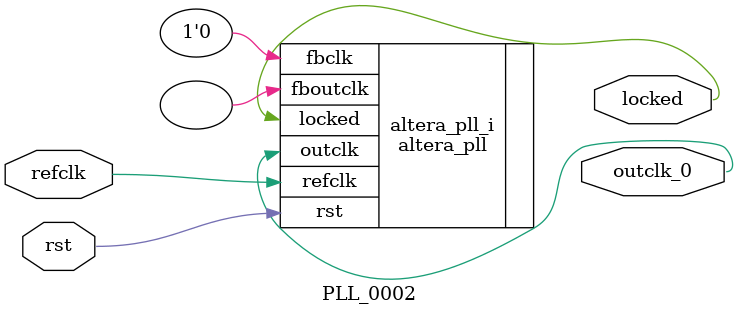
<source format=v>
`timescale 1ns/10ps
module  PLL_0002(

	// interface 'refclk'
	input wire refclk,

	// interface 'reset'
	input wire rst,

	// interface 'outclk0'
	output wire outclk_0,

	// interface 'locked'
	output wire locked
);

	altera_pll #(
		.fractional_vco_multiplier("false"),
		.reference_clock_frequency("50.0 MHz"),
		.operation_mode("normal"),
		.number_of_clocks(1),
		.output_clock_frequency0("10.0 MHz"),
		.phase_shift0("0 ps"),
		.duty_cycle0(50),
		.output_clock_frequency1("0 MHz"),
		.phase_shift1("0 ps"),
		.duty_cycle1(50),
		.output_clock_frequency2("0 MHz"),
		.phase_shift2("0 ps"),
		.duty_cycle2(50),
		.output_clock_frequency3("0 MHz"),
		.phase_shift3("0 ps"),
		.duty_cycle3(50),
		.output_clock_frequency4("0 MHz"),
		.phase_shift4("0 ps"),
		.duty_cycle4(50),
		.output_clock_frequency5("0 MHz"),
		.phase_shift5("0 ps"),
		.duty_cycle5(50),
		.output_clock_frequency6("0 MHz"),
		.phase_shift6("0 ps"),
		.duty_cycle6(50),
		.output_clock_frequency7("0 MHz"),
		.phase_shift7("0 ps"),
		.duty_cycle7(50),
		.output_clock_frequency8("0 MHz"),
		.phase_shift8("0 ps"),
		.duty_cycle8(50),
		.output_clock_frequency9("0 MHz"),
		.phase_shift9("0 ps"),
		.duty_cycle9(50),
		.output_clock_frequency10("0 MHz"),
		.phase_shift10("0 ps"),
		.duty_cycle10(50),
		.output_clock_frequency11("0 MHz"),
		.phase_shift11("0 ps"),
		.duty_cycle11(50),
		.output_clock_frequency12("0 MHz"),
		.phase_shift12("0 ps"),
		.duty_cycle12(50),
		.output_clock_frequency13("0 MHz"),
		.phase_shift13("0 ps"),
		.duty_cycle13(50),
		.output_clock_frequency14("0 MHz"),
		.phase_shift14("0 ps"),
		.duty_cycle14(50),
		.output_clock_frequency15("0 MHz"),
		.phase_shift15("0 ps"),
		.duty_cycle15(50),
		.output_clock_frequency16("0 MHz"),
		.phase_shift16("0 ps"),
		.duty_cycle16(50),
		.output_clock_frequency17("0 MHz"),
		.phase_shift17("0 ps"),
		.duty_cycle17(50),
		.pll_type("General"),
		.pll_subtype("General")
	) altera_pll_i (
		.outclk	({outclk_0}),
		.locked	(locked),
		.fboutclk	( ),
		.fbclk	(1'b0),
		.rst	(rst),
		.refclk	(refclk)
	);
endmodule


</source>
